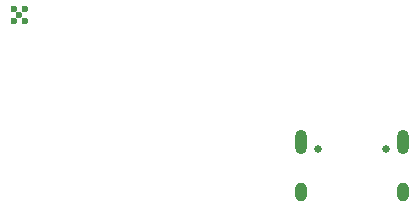
<source format=gbr>
%TF.GenerationSoftware,KiCad,Pcbnew,7.0.5*%
%TF.CreationDate,2023-12-19T13:48:19-08:00*%
%TF.ProjectId,EV11 Board Design,45563131-2042-46f6-9172-642044657369,EV9*%
%TF.SameCoordinates,Original*%
%TF.FileFunction,Soldermask,Bot*%
%TF.FilePolarity,Negative*%
%FSLAX46Y46*%
G04 Gerber Fmt 4.6, Leading zero omitted, Abs format (unit mm)*
G04 Created by KiCad (PCBNEW 7.0.5) date 2023-12-19 13:48:19*
%MOMM*%
%LPD*%
G01*
G04 APERTURE LIST*
%ADD10C,0.650000*%
%ADD11O,1.000000X2.100000*%
%ADD12O,1.000000X1.600000*%
%ADD13C,0.600000*%
G04 APERTURE END LIST*
D10*
%TO.C,J9*%
X147397500Y-140446000D03*
X153177500Y-140446000D03*
D11*
X145967500Y-139916000D03*
D12*
X145967500Y-144096000D03*
D11*
X154607500Y-139916000D03*
D12*
X154607500Y-144096000D03*
%TD*%
D13*
%TO.C,U7*%
X121640000Y-129610000D03*
X122640000Y-129610000D03*
X122140000Y-129110000D03*
X121640000Y-128610000D03*
X122640000Y-128610000D03*
%TD*%
M02*

</source>
